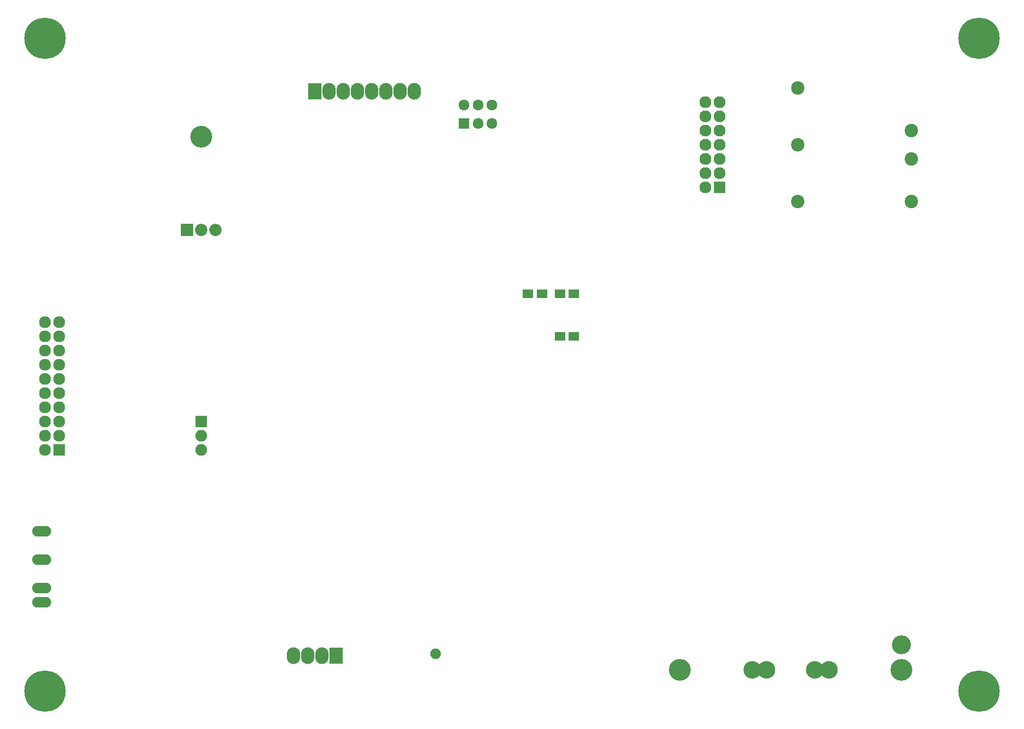
<source format=gbr>
G04 #@! TF.FileFunction,Soldermask,Bot*
%FSLAX46Y46*%
G04 Gerber Fmt 4.6, Leading zero omitted, Abs format (unit mm)*
G04 Created by KiCad (PCBNEW 4.0.2-stable) date 3/27/2017 6:00:43 PM*
%MOMM*%
G01*
G04 APERTURE LIST*
%ADD10C,0.100000*%
%ADD11O,3.400000X1.900000*%
%ADD12C,1.900000*%
%ADD13C,2.400000*%
%ADD14R,1.924000X1.924000*%
%ADD15C,1.924000*%
%ADD16R,2.100000X2.100000*%
%ADD17O,2.100000X2.100000*%
%ADD18R,2.400000X3.000000*%
%ADD19O,2.400000X3.000000*%
%ADD20R,2.127200X2.127200*%
%ADD21O,2.127200X2.127200*%
%ADD22C,3.150000*%
%ADD23C,3.900000*%
%ADD24C,3.400000*%
%ADD25R,1.900000X1.650000*%
%ADD26C,7.400000*%
%ADD27R,2.200000X2.200000*%
%ADD28O,2.200000X2.200000*%
G04 APERTURE END LIST*
D10*
D11*
X34925000Y-135255000D03*
X34925000Y-132715000D03*
X34925000Y-127635000D03*
X34925000Y-122555000D03*
D12*
X105410000Y-144495000D03*
D13*
X170180000Y-53340000D03*
X170180000Y-63500000D03*
X170180000Y-43180000D03*
X190500000Y-63500000D03*
X190500000Y-55880000D03*
X190500000Y-50800000D03*
D14*
X110490000Y-49530000D03*
D15*
X112990000Y-49530000D03*
X115490000Y-49530000D03*
X110490000Y-46230000D03*
X112990000Y-46230000D03*
X115490000Y-46230000D03*
D16*
X63500000Y-102870000D03*
D17*
X63500000Y-105410000D03*
X63500000Y-107950000D03*
D18*
X83820000Y-43815000D03*
D19*
X86360000Y-43815000D03*
X88900000Y-43815000D03*
X91440000Y-43815000D03*
X93980000Y-43815000D03*
X96520000Y-43815000D03*
X99060000Y-43815000D03*
X101600000Y-43815000D03*
D20*
X38100000Y-107950000D03*
D21*
X35560000Y-107950000D03*
X38100000Y-105410000D03*
X35560000Y-105410000D03*
X38100000Y-102870000D03*
X35560000Y-102870000D03*
X38100000Y-100330000D03*
X35560000Y-100330000D03*
X38100000Y-97790000D03*
X35560000Y-97790000D03*
X38100000Y-95250000D03*
X35560000Y-95250000D03*
X38100000Y-92710000D03*
X35560000Y-92710000D03*
X38100000Y-90170000D03*
X35560000Y-90170000D03*
X38100000Y-87630000D03*
X35560000Y-87630000D03*
X38100000Y-85090000D03*
X35560000Y-85090000D03*
D20*
X156210000Y-60960000D03*
D21*
X153670000Y-60960000D03*
X156210000Y-58420000D03*
X153670000Y-58420000D03*
X156210000Y-55880000D03*
X153670000Y-55880000D03*
X156210000Y-53340000D03*
X153670000Y-53340000D03*
X156210000Y-50800000D03*
X153670000Y-50800000D03*
X156210000Y-48260000D03*
X153670000Y-48260000D03*
X156210000Y-45720000D03*
X153670000Y-45720000D03*
D18*
X87630000Y-144780000D03*
D19*
X85090000Y-144780000D03*
X82550000Y-144780000D03*
X80010000Y-144780000D03*
D22*
X175770000Y-147320000D03*
X173230000Y-147320000D03*
X162050000Y-147320000D03*
X164590000Y-147320000D03*
D23*
X188720000Y-147320000D03*
X149100000Y-147320000D03*
D24*
X188720000Y-142870000D03*
D25*
X130155000Y-80010000D03*
X127655000Y-80010000D03*
X121940000Y-80010000D03*
X124440000Y-80010000D03*
X127655000Y-87630000D03*
X130155000Y-87630000D03*
D26*
X202565000Y-151130000D03*
X35560000Y-151130000D03*
X35560000Y-34290000D03*
X202565000Y-34290000D03*
D23*
X63500000Y-51920000D03*
D27*
X60960000Y-68580000D03*
D28*
X63500000Y-68580000D03*
X66040000Y-68580000D03*
M02*

</source>
